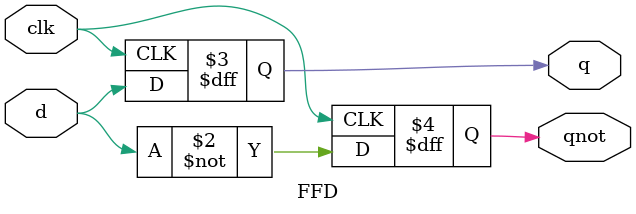
<source format=v>

module FFD ( output q, output qnot,
				input d, input clk );
				
reg q, qnot;

always @( posedge clk )
begin
q <= d; qnot <= ~d;
end
endmodule // FFD
</source>
